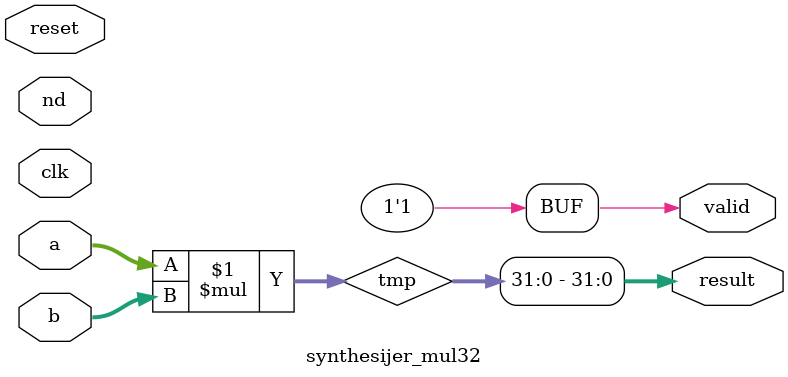
<source format=v>
`default_nettype none

module synthesijer_mul32
  (
    input wire 		      clk,
    input wire 		      reset,
    input wire signed [31:0]  a,
    input wire signed [31:0]  b,
    input wire 		      nd,
    output wire signed [31:0] result,
    output wire 	      valid
   );

   wire signed[63:0] tmp;

   assign tmp = a * b;
   assign result = tmp[31:0];
   assign valid = 1'b1;

endmodule // synthesijer_mul32

`default_nettype wire

</source>
